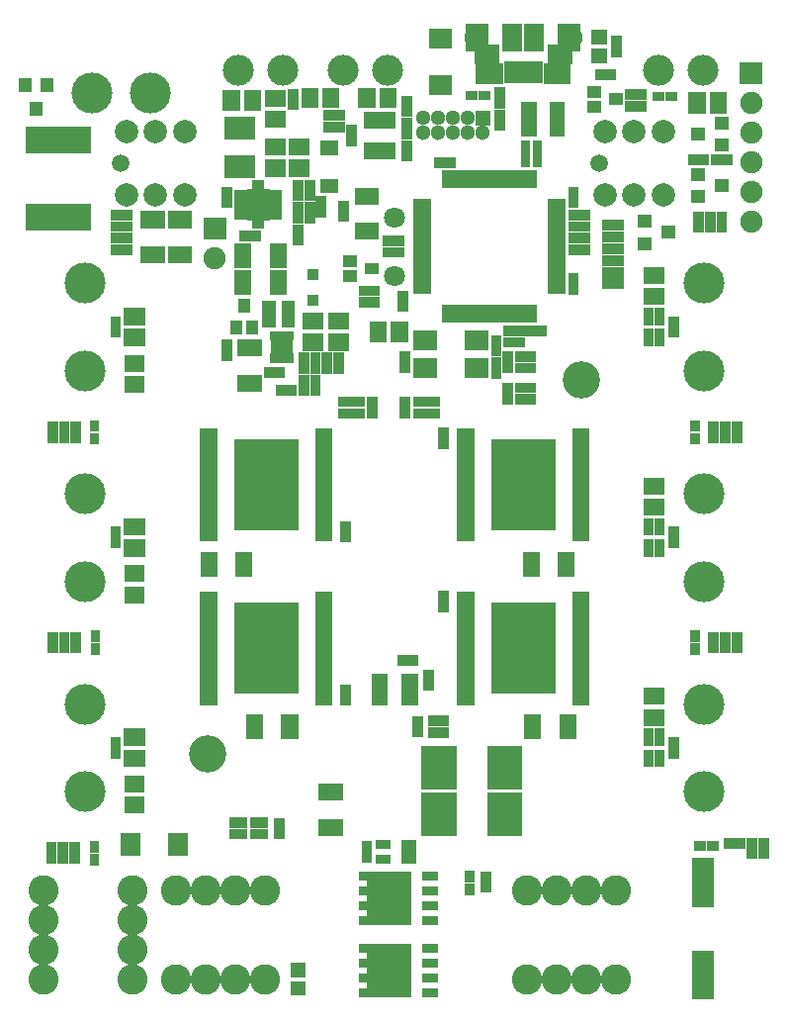
<source format=gbr>
G04 start of page 10 for group -4063 idx -4063 *
G04 Title: (unknown), componentmask *
G04 Creator: pcb 1.99z *
G04 CreationDate: Tue 11 Feb 2014 00:02:26 GMT UTC *
G04 For: rbarlow *
G04 Format: Gerber/RS-274X *
G04 PCB-Dimensions (mm): 85.00 105.00 *
G04 PCB-Coordinate-Origin: lower left *
%MOMM*%
%FSLAX43Y43*%
%LNTOPMASK*%
%ADD183R,1.900X1.900*%
%ADD182R,1.500X1.500*%
%ADD181R,3.830X3.830*%
%ADD180R,3.000X3.000*%
%ADD179R,1.150X1.150*%
%ADD178R,5.500X5.500*%
%ADD177R,1.200X1.200*%
%ADD176R,1.300X1.300*%
%ADD175R,1.250X1.250*%
%ADD174R,0.950X0.950*%
%ADD173R,0.900X0.900*%
%ADD172R,0.550X0.550*%
%ADD171R,0.750X0.750*%
%ADD170R,1.650X1.650*%
%ADD169R,1.925X1.925*%
%ADD168R,1.675X1.675*%
%ADD167R,1.760X1.760*%
%ADD166R,1.700X1.700*%
%ADD165R,0.800X0.800*%
%ADD164R,1.210X1.210*%
%ADD163R,1.950X1.950*%
%ADD162R,1.450X1.450*%
%ADD161R,2.300X2.300*%
%ADD160R,1.100X1.100*%
%ADD159R,0.700X0.700*%
%ADD158R,1.000X1.000*%
%ADD157R,0.600X0.600*%
%ADD156R,0.920X0.920*%
%ADD155C,1.500*%
%ADD154C,2.000*%
%ADD153C,3.200*%
%ADD152C,2.600*%
%ADD151C,1.800*%
%ADD150C,2.650*%
%ADD149C,1.400*%
%ADD148C,1.900*%
%ADD147C,0.002*%
%ADD146C,1.300*%
%ADD145C,3.500*%
G54D145*X69000Y29250D03*
Y36750D03*
Y65250D03*
Y72750D03*
Y47250D03*
Y54750D03*
G54D146*X47500Y86900D03*
Y85630D03*
X46230Y86900D03*
Y85630D03*
G54D147*G36*
X49390Y87550D02*Y86250D01*
X50690D01*
Y87550D01*
X49390D01*
G37*
G54D146*X50040Y85630D03*
X48770Y86900D03*
Y85630D03*
G54D148*X49400Y93750D03*
G54D149*X51075Y90670D03*
G54D146*X44960Y86900D03*
G54D150*X32905Y91000D03*
X29095D03*
X41905D03*
X38095D03*
G54D146*X44960Y85630D03*
G54D147*G36*
X26150Y78390D02*Y76490D01*
X28050D01*
Y78390D01*
X26150D01*
G37*
G54D151*X42500Y78400D03*
Y73400D03*
G54D145*X16000Y54750D03*
Y47250D03*
Y72750D03*
Y65250D03*
G54D148*X27100Y74900D03*
G54D145*X16000Y36750D03*
Y29250D03*
G54D152*X12390Y13190D03*
Y15730D03*
Y18270D03*
Y20810D03*
X20010Y13190D03*
X23790D03*
X26330D03*
X28870D03*
X31410D03*
X20010Y15730D03*
Y18270D03*
G54D153*X26500Y32500D03*
G54D152*X20010Y20810D03*
X23790D03*
X26330D03*
X28870D03*
X31410D03*
X53790D03*
X56330D03*
X58870D03*
X61410D03*
X53790Y13190D03*
X56330D03*
X58870D03*
X61410D03*
G54D147*G36*
X72050Y91690D02*Y89790D01*
X73950D01*
Y91690D01*
X72050D01*
G37*
G54D148*X57600Y93750D03*
G54D149*X55925Y90670D03*
G54D150*X68905Y91000D03*
X65095D03*
G54D148*X73000Y88200D03*
Y85660D03*
Y83120D03*
Y80580D03*
Y78040D03*
G54D154*X65500Y80300D03*
X63000D03*
X60500D03*
G54D155*X60000Y83000D03*
G54D153*X58500Y64500D03*
G54D154*X65500Y85700D03*
X63000D03*
X60500D03*
X24500Y80300D03*
Y85700D03*
G54D155*X19000Y83000D03*
G54D154*X22000Y80300D03*
X19500D03*
X22000Y85700D03*
X19500D03*
G54D145*X21600Y89000D03*
X16600D03*
G54D156*X58749Y75600D02*X58751D01*
X57849D02*X57851D01*
X58749Y76600D02*X58751D01*
X57849D02*X57851D01*
G54D157*X55900Y77150D02*X56800D01*
X55900Y72150D02*X56800D01*
X55900Y72650D02*X56800D01*
X55900Y73150D02*X56800D01*
G54D156*X57800Y73151D02*Y73149D01*
G54D157*X55900Y73650D02*X56800D01*
X55900Y74150D02*X56800D01*
X55900Y74650D02*X56800D01*
X55900Y75150D02*X56800D01*
X55900Y75650D02*X56800D01*
X55900Y76150D02*X56800D01*
X55900Y76650D02*X56800D01*
G54D158*X56250Y85850D02*X56550D01*
X56250Y86800D02*X56550D01*
X56250Y87750D02*X56550D01*
X59450Y87850D02*X59650D01*
X53850Y87750D02*X54150D01*
X53850Y86800D02*X54150D01*
X53850Y85850D02*X54150D01*
G54D159*X53650Y84600D02*X53750D01*
G54D157*X53600Y84050D02*X53800D01*
X53600Y83550D02*X53800D01*
G54D159*X53650Y83000D02*X53750D01*
G54D157*X53850Y82100D02*Y81200D01*
G54D159*X54650Y84600D02*X54750D01*
G54D157*X54600Y84050D02*X54800D01*
X54600Y83550D02*X54800D01*
G54D159*X54650Y83000D02*X54750D01*
G54D157*X54350Y82100D02*Y81200D01*
G54D156*X58749Y78600D02*X58751D01*
X57849D02*X57851D01*
X58749Y77600D02*X58751D01*
X57849D02*X57851D01*
G54D157*X55900Y77650D02*X56800D01*
X55900Y78150D02*X56800D01*
X55900Y78650D02*X56800D01*
X55900Y79150D02*X56800D01*
X55900Y79650D02*X56800D01*
G54D156*X57800Y79651D02*Y79649D01*
Y80551D02*Y80549D01*
G54D160*X12750Y89750D02*Y89650D01*
X10850Y89750D02*Y89650D01*
X11800Y87750D02*Y87650D01*
G54D161*X12050Y85000D02*X15350D01*
X12050Y78400D02*X15350D01*
G54D156*X18649Y75600D02*X18651D01*
X19549D02*X19551D01*
X19549Y78600D02*X19551D01*
X18649D02*X18651D01*
X18649Y76600D02*X18651D01*
X19549D02*X19551D01*
X18649Y77600D02*X18651D01*
X19549D02*X19551D01*
G54D162*X23775Y78200D02*X24425D01*
X23775Y75200D02*X24425D01*
X21475Y78200D02*X22125D01*
X21475Y75200D02*X22125D01*
G54D156*X33800Y88951D02*Y88949D01*
Y88051D02*Y88049D01*
G54D162*X35200Y88750D02*Y88450D01*
X32150Y86800D02*X32450D01*
X32150Y88600D02*X32450D01*
X28500Y88550D02*Y88250D01*
X30300Y88550D02*Y88250D01*
G54D163*X28875Y86050D02*X29525D01*
G54D156*X37749Y87100D02*X37751D01*
X36849D02*X36851D01*
G54D162*X37000Y88750D02*Y88450D01*
G54D163*X28875Y82750D02*X29525D01*
G54D162*X32150Y82600D02*X32450D01*
X32150Y84400D02*X32450D01*
X34150D02*X34450D01*
X34150Y82600D02*X34450D01*
G54D156*X35200Y81151D02*Y81149D01*
X34200Y81151D02*Y81149D01*
X38800Y85851D02*Y85849D01*
X37749Y86100D02*X37751D01*
X36849D02*X36851D01*
X38800Y84951D02*Y84949D01*
G54D164*X36745Y84335D02*X37055D01*
G54D156*X38100Y78451D02*Y78449D01*
Y79351D02*Y79349D01*
G54D164*X36745Y81065D02*X37055D01*
G54D156*X36200Y79751D02*Y79749D01*
Y78851D02*Y78849D01*
X35200Y80251D02*Y80249D01*
X34200Y80251D02*Y80249D01*
G54D165*X50050Y88800D02*X50250D01*
X48950D02*X49150D01*
G54D156*X43500Y87451D02*Y87449D01*
G54D166*X46280Y89700D02*X46520D01*
G54D156*X51500Y88151D02*Y88149D01*
Y89051D02*Y89049D01*
X43500Y88351D02*Y88349D01*
G54D166*X46280Y93700D02*X46520D01*
G54D167*X50330Y90670D02*X50870D01*
G54D168*X54437Y94113D02*Y93387D01*
G54D169*X57437Y93988D02*Y93513D01*
G54D170*X56387Y92325D02*X56862D01*
G54D156*X51500Y87151D02*Y87149D01*
G54D168*X52563Y94113D02*Y93387D01*
G54D169*X49563Y93988D02*Y93513D01*
G54D170*X50138Y92325D02*X50613D01*
G54D159*X52200Y91400D02*Y90200D01*
X52850Y91400D02*Y90200D01*
G54D167*X56130Y90670D02*X56670D01*
G54D159*X54150Y91400D02*Y90200D01*
X54800Y91400D02*Y90200D01*
G54D156*X43500Y86451D02*Y86449D01*
Y85551D02*Y85549D01*
Y83651D02*Y83649D01*
Y84551D02*Y84549D01*
G54D162*X41900Y88750D02*Y88450D01*
X40100Y88750D02*Y88450D01*
G54D171*X40225Y84425D02*Y83775D01*
X40875Y84425D02*Y83775D01*
X41525Y84425D02*Y83775D01*
X42175Y84425D02*Y83775D01*
X40225Y87025D02*Y86375D01*
X40875Y87025D02*Y86375D01*
X41525Y87025D02*Y86375D01*
X42175Y87025D02*Y86375D01*
G54D158*X40450Y74000D02*X40650D01*
G54D157*X44400Y73650D02*X45300D01*
X44400Y73150D02*X45300D01*
X44400Y72650D02*X45300D01*
X44400Y72150D02*X45300D01*
G54D156*X42849Y75400D02*X42851D01*
X41949D02*X41951D01*
X42849Y76400D02*X42851D01*
X41949D02*X41951D01*
G54D162*X39775Y77200D02*X40425D01*
X39775Y80200D02*X40425D01*
G54D156*X51500Y86251D02*Y86249D01*
G54D159*X53500Y91400D02*Y90200D01*
G54D157*X53350Y82100D02*Y81200D01*
X52850Y82100D02*Y81200D01*
X52350Y82100D02*Y81200D01*
X51850Y82100D02*Y81200D01*
X51350Y82100D02*Y81200D01*
X50850Y82100D02*Y81200D01*
X50350Y82100D02*Y81200D01*
X49850Y82100D02*Y81200D01*
X49350Y82100D02*Y81200D01*
X48850Y82100D02*Y81200D01*
X48350Y82100D02*Y81200D01*
X47850Y82100D02*Y81200D01*
X47350Y82100D02*Y81200D01*
X46850Y82100D02*Y81200D01*
G54D156*X47249Y83100D02*X47251D01*
X46349D02*X46351D01*
G54D157*X44400Y79650D02*X45300D01*
X44400Y79150D02*X45300D01*
X44400Y78650D02*X45300D01*
X44400Y78150D02*X45300D01*
X44400Y77650D02*X45300D01*
X44400Y77150D02*X45300D01*
X44400Y76650D02*X45300D01*
X44400Y76150D02*X45300D01*
X44400Y75650D02*X45300D01*
X44400Y75150D02*X45300D01*
X44400Y74650D02*X45300D01*
X44400Y74150D02*X45300D01*
G54D156*X35200Y79251D02*Y79249D01*
Y78351D02*Y78349D01*
X34200Y78351D02*Y78349D01*
Y79251D02*Y79249D01*
G54D172*X31975Y80000D02*X32575D01*
X31975Y80500D02*X32575D01*
G54D156*X34200Y77351D02*Y77349D01*
Y76451D02*Y76449D01*
G54D173*X35500Y73501D02*Y73499D01*
G54D162*X32500Y75425D02*Y74775D01*
X29500Y75425D02*Y74775D01*
G54D156*X30549Y76800D02*X30551D01*
X29649D02*X29651D01*
G54D162*X32500Y73125D02*Y72475D01*
X29500Y73125D02*Y72475D01*
G54D156*X28100Y80551D02*Y80549D01*
Y79651D02*Y79649D01*
G54D172*X29025Y78500D02*X29625D01*
X29025Y79000D02*X29625D01*
X29025Y79500D02*X29625D01*
X29025Y80000D02*X29625D01*
X29025Y80500D02*X29625D01*
X31975Y78500D02*X32575D01*
X31975Y79000D02*X32575D01*
X31975Y79500D02*X32575D01*
G54D163*X30800Y79875D02*Y79125D01*
G54D172*X31050Y81275D02*Y77725D01*
X30550Y81275D02*Y77725D01*
X31050Y81225D02*Y80975D01*
X30550Y81225D02*Y80975D01*
G54D174*X31250Y80300D02*Y79950D01*
X30350Y80300D02*Y79950D01*
X31250Y79050D02*Y78700D01*
X30350Y79050D02*Y78700D01*
G54D172*X31050Y78025D02*Y77775D01*
X30550Y78025D02*Y77775D01*
G54D158*X38550Y74650D02*X38750D01*
X38550Y73350D02*X38750D01*
G54D156*X70049Y83300D02*X70051D01*
G54D173*X69900Y88675D02*X70500D01*
X69900Y87725D02*X70500D01*
G54D160*X70450Y84550D02*X70550D01*
X70450Y86450D02*X70550D01*
X70450Y81100D02*X70550D01*
G54D156*X70949Y83300D02*X70951D01*
X68049D02*X68051D01*
G54D173*X68100Y88675D02*X68700D01*
X68100Y87725D02*X68700D01*
G54D165*X66100Y88750D02*X66300D01*
X65000D02*X65200D01*
G54D160*X68450Y85500D02*X68550D01*
G54D156*X68949Y83300D02*X68951D01*
G54D160*X68450Y82050D02*X68550D01*
X68450Y80150D02*X68550D01*
G54D156*X61649Y75700D02*X61651D01*
X60749D02*X60751D01*
X61649Y74700D02*X61651D01*
X61649Y76700D02*X61651D01*
X60749D02*X60751D01*
X61649Y77700D02*X61651D01*
X60749D02*X60751D01*
X61649Y72700D02*X61651D01*
X60749D02*X60751D01*
X60749Y73700D02*X60751D01*
X61649D02*X61651D01*
X60749Y74700D02*X60751D01*
G54D158*X59450Y89150D02*X59650D01*
X61350Y88500D02*X61550D01*
G54D175*X59975Y93800D02*X60025D01*
G54D156*X61500Y92551D02*Y92549D01*
Y93451D02*Y93449D01*
G54D175*X59975Y92200D02*X60025D01*
G54D156*X60099Y90600D02*X60101D01*
X60999D02*X61001D01*
X62699Y88900D02*X62701D01*
X63599D02*X63601D01*
X62699Y87900D02*X62701D01*
X63599D02*X63601D01*
G54D160*X65850Y77100D02*X65950D01*
G54D156*X68500Y77551D02*Y77549D01*
Y78451D02*Y78449D01*
X69500Y77551D02*Y77549D01*
Y78451D02*Y78449D01*
X70500Y77551D02*Y77549D01*
Y78451D02*Y78449D01*
G54D160*X63850Y78050D02*X63950D01*
X63850Y76150D02*X63950D01*
G54D162*X64550Y73400D02*X64850D01*
X26600Y49025D02*Y48375D01*
X29600Y49025D02*Y48375D01*
G54D173*X26267Y56700D02*X26867D01*
X26267Y55900D02*X26867D01*
X26267Y55100D02*X26867D01*
X26267Y54300D02*X26867D01*
G54D176*X29550Y55850D02*Y55150D01*
Y58600D02*Y57900D01*
G54D173*X26267Y53500D02*X26867D01*
X26267Y52700D02*X26867D01*
G54D176*X29550Y53100D02*Y52400D01*
G54D173*X26267Y51900D02*X26867D01*
X26267Y51100D02*X26867D01*
X19725Y52200D02*Y51600D01*
X20675Y52200D02*Y51600D01*
X19725Y50400D02*Y49800D01*
X20675Y50400D02*Y49800D01*
G54D162*X20050Y47900D02*X20350D01*
X20050Y46100D02*X20350D01*
G54D165*X16800Y60650D02*Y60450D01*
Y59550D02*Y59350D01*
G54D162*X20050Y65900D02*X20350D01*
X20050Y64100D02*X20350D01*
G54D156*X18600Y68551D02*Y68549D01*
Y69451D02*Y69449D01*
G54D173*X19725Y70200D02*Y69600D01*
Y68400D02*Y67800D01*
X20675Y68400D02*Y67800D01*
Y70200D02*Y69600D01*
G54D156*X13200Y60451D02*Y60449D01*
Y59551D02*Y59549D01*
X14200Y60451D02*Y60449D01*
Y59551D02*Y59549D01*
X15200Y59551D02*Y59549D01*
Y60451D02*Y60449D01*
X37700Y65451D02*Y65449D01*
Y66351D02*Y66349D01*
G54D162*X37550Y67700D02*X37850D01*
X37550Y69500D02*X37850D01*
G54D156*X35700Y65451D02*Y65449D01*
G54D162*X29775Y64200D02*X30425D01*
G54D156*X31749Y65100D02*X31751D01*
X32649D02*X32651D01*
G54D162*X29775Y67200D02*X30425D01*
G54D172*X32050Y66475D02*Y66225D01*
X32550Y66475D02*Y66225D01*
X32050Y68375D02*Y68125D01*
X32550Y68375D02*Y68125D01*
G54D158*X30250Y69050D02*Y68850D01*
G54D177*X32450Y67300D02*X33150D01*
G54D158*X32500D02*X33100D01*
G54D156*X32749Y63600D02*X32751D01*
X28100Y67451D02*Y67449D01*
G54D158*X28950Y69050D02*Y68850D01*
G54D156*X28100Y66551D02*Y66549D01*
X35700Y66351D02*Y66349D01*
G54D162*X35350Y67700D02*X35650D01*
X35350Y69500D02*X35650D01*
G54D156*X36700Y65451D02*Y65449D01*
X35700Y64451D02*Y64449D01*
X36700Y66351D02*Y66349D01*
G54D172*X33050Y66475D02*Y66225D01*
X33550Y66475D02*Y66225D01*
G54D156*X34700Y66351D02*Y66349D01*
G54D172*X33050Y68375D02*Y68125D01*
X33550Y68375D02*Y68125D01*
G54D156*X35700Y63551D02*Y63549D01*
X34700Y65451D02*Y65449D01*
Y64451D02*Y64449D01*
Y63551D02*Y63549D01*
X33649Y63600D02*X33651D01*
X18600Y50551D02*Y50549D01*
Y51451D02*Y51449D01*
G54D165*X16850Y42650D02*Y42450D01*
Y41550D02*Y41350D01*
G54D156*X13200Y42451D02*Y42449D01*
Y41551D02*Y41549D01*
X14200Y42451D02*Y42449D01*
Y41551D02*Y41549D01*
X15200Y41551D02*Y41549D01*
Y42451D02*Y42449D01*
X32600Y25651D02*Y25649D01*
Y26551D02*Y26549D01*
G54D162*X36675Y26200D02*X37325D01*
X36675Y29200D02*X37325D01*
G54D175*X34175Y14000D02*X34225D01*
X34175Y12400D02*X34225D01*
G54D166*X23900Y24820D02*Y24580D01*
G54D173*X30600Y26575D02*X31200D01*
X28800D02*X29400D01*
X28800Y25625D02*X29400D01*
X30600D02*X31200D01*
G54D162*X30500Y35125D02*Y34475D01*
X33500Y35125D02*Y34475D01*
G54D173*X26267Y41900D02*X26867D01*
X26267Y41100D02*X26867D01*
X26267Y40300D02*X26867D01*
X26267Y39500D02*X26867D01*
X26267Y38700D02*X26867D01*
X26267Y37900D02*X26867D01*
X26267Y37100D02*X26867D01*
G54D176*X29550Y39100D02*Y38400D01*
G54D156*X38300Y37951D02*Y37949D01*
Y37051D02*Y37049D01*
G54D178*X31500Y42650D02*Y40350D01*
G54D176*X33450Y39100D02*Y38400D01*
Y41850D02*Y41150D01*
X31500Y39100D02*Y38400D01*
Y41850D02*Y41150D01*
X33450Y44600D02*Y43900D01*
X31500Y44600D02*Y43900D01*
X29550Y41850D02*Y41150D01*
Y44600D02*Y43900D01*
G54D166*X19900Y24820D02*Y24580D01*
G54D156*X18600Y32551D02*Y32549D01*
Y33451D02*Y33449D01*
G54D173*X19725Y34200D02*Y33600D01*
Y32400D02*Y31800D01*
G54D162*X20050Y29900D02*X20350D01*
G54D173*X20675Y32400D02*Y31800D01*
Y34200D02*Y33600D01*
G54D162*X20050Y28100D02*X20350D01*
G54D156*X15100Y24451D02*Y24449D01*
G54D165*X16800Y24650D02*Y24450D01*
Y23550D02*Y23350D01*
G54D156*X13100Y24451D02*Y24449D01*
Y23551D02*Y23549D01*
X14100Y24451D02*Y24449D01*
Y23551D02*Y23549D01*
X15100Y23551D02*Y23549D01*
X66400Y51451D02*Y51449D01*
Y50551D02*Y50549D01*
G54D157*X44950Y61700D02*Y61500D01*
G54D165*X68200Y60650D02*Y60450D01*
Y59550D02*Y59350D01*
G54D156*X46700Y59951D02*Y59949D01*
G54D173*X58133Y59900D02*X58733D01*
X58133Y59100D02*X58733D01*
G54D156*X46700Y45051D02*Y45049D01*
Y45951D02*Y45949D01*
G54D173*X48267Y45900D02*X48867D01*
X48267Y45100D02*X48867D01*
X48267Y44300D02*X48867D01*
X58133D02*X58733D01*
X58133Y45100D02*X58733D01*
X58133Y45900D02*X58733D01*
X58133Y51900D02*X58733D01*
X58133Y52700D02*X58733D01*
X58133Y53500D02*X58733D01*
X58133Y54300D02*X58733D01*
G54D176*X51550Y53100D02*Y52400D01*
X53500Y53100D02*Y52400D01*
X55450Y53100D02*Y52400D01*
G54D162*X64550Y53600D02*X64850D01*
G54D173*X64225Y52200D02*Y51600D01*
Y50400D02*Y49800D01*
X65175Y50400D02*Y49800D01*
Y52200D02*Y51600D01*
G54D162*X64550Y55400D02*X64850D01*
G54D173*X58133Y55100D02*X58733D01*
X58133Y55900D02*X58733D01*
X58133Y56700D02*X58733D01*
X58133Y57500D02*X58733D01*
X58133Y58300D02*X58733D01*
G54D178*X53500Y56650D02*Y54350D01*
G54D176*X51550Y55850D02*Y55150D01*
X53500Y55850D02*Y55150D01*
X55450Y55850D02*Y55150D01*
X51550Y58600D02*Y57900D01*
X53500Y58600D02*Y57900D01*
X55450Y58600D02*Y57900D01*
G54D156*X66400Y69451D02*Y69449D01*
G54D162*X64550Y71600D02*X64850D01*
G54D156*X66400Y68551D02*Y68549D01*
X71800Y60451D02*Y60449D01*
Y59551D02*Y59549D01*
X70800Y60451D02*Y60449D01*
Y59551D02*Y59549D01*
X69800Y59551D02*Y59549D01*
Y60451D02*Y60449D01*
G54D162*X57200Y49025D02*Y48375D01*
X54200Y49025D02*Y48375D01*
G54D173*X58133Y51100D02*X58733D01*
G54D157*X52850Y70600D02*Y69700D01*
X53350Y70600D02*Y69700D01*
X53850Y70600D02*Y69700D01*
X54350Y70600D02*Y69700D01*
G54D156*X57800Y72251D02*Y72249D01*
G54D173*X26267Y59900D02*X26867D01*
X26267Y59100D02*X26867D01*
X26267Y58300D02*X26867D01*
X26267Y57500D02*X26867D01*
G54D159*X44400Y61650D02*Y61550D01*
G54D156*X43400Y61651D02*Y61649D01*
Y62551D02*Y62549D01*
G54D159*X39600Y62650D02*Y62550D01*
G54D157*X39050Y62700D02*Y62500D01*
G54D159*X39600Y61650D02*Y61550D01*
G54D156*X40600Y61651D02*Y61649D01*
Y62551D02*Y62549D01*
G54D157*X38550Y62700D02*Y62500D01*
G54D159*X38000Y62650D02*Y62550D01*
G54D157*X39050Y61700D02*Y61500D01*
X38550Y61700D02*Y61500D01*
G54D159*X38000Y61650D02*Y61550D01*
G54D173*X36133Y57500D02*X36733D01*
X36133Y58300D02*X36733D01*
X36133Y59100D02*X36733D01*
X36133Y59900D02*X36733D01*
G54D156*X38300Y51951D02*Y51949D01*
Y51051D02*Y51049D01*
G54D173*X36133Y51100D02*X36733D01*
X36133Y51900D02*X36733D01*
X36133Y52700D02*X36733D01*
X36133Y53500D02*X36733D01*
X36133Y54300D02*X36733D01*
X36133Y55100D02*X36733D01*
X36133Y55900D02*X36733D01*
X36133Y56700D02*X36733D01*
G54D178*X31500Y56650D02*Y54350D01*
G54D173*X36133Y44300D02*X36733D01*
X36133Y45100D02*X36733D01*
X36133Y45900D02*X36733D01*
X26267D02*X26867D01*
X26267Y45100D02*X26867D01*
X26267Y44300D02*X26867D01*
X26267Y43500D02*X26867D01*
X26267Y42700D02*X26867D01*
G54D162*X41100Y68750D02*Y68450D01*
X42900Y68750D02*Y68450D01*
G54D176*X33450Y53100D02*Y52400D01*
X31500Y53100D02*Y52400D01*
X33450Y55850D02*Y55150D01*
Y58600D02*Y57900D01*
X31500Y55850D02*Y55150D01*
Y58600D02*Y57900D01*
G54D156*X43400Y66451D02*Y66449D01*
Y65551D02*Y65549D01*
G54D157*X50850Y70600D02*Y69700D01*
X51350Y70600D02*Y69700D01*
X51850Y70600D02*Y69700D01*
X52350Y70600D02*Y69700D01*
G54D159*X46000Y62650D02*Y62550D01*
G54D157*X45450Y62700D02*Y62500D01*
X44950Y62700D02*Y62500D01*
G54D159*X44400Y62650D02*Y62550D01*
X46000Y61650D02*Y61550D01*
G54D157*X45450Y61700D02*Y61500D01*
G54D173*X48267Y59900D02*X48867D01*
G54D166*X44900Y67900D02*X45300D01*
X44900Y65500D02*X45300D01*
G54D156*X51200Y66951D02*Y66949D01*
Y67851D02*Y67849D01*
G54D173*X48267Y59100D02*X48867D01*
X48267Y58300D02*X48867D01*
X48267Y57500D02*X48867D01*
X48267Y56700D02*X48867D01*
X48267Y55900D02*X48867D01*
X48267Y55100D02*X48867D01*
X48267Y54300D02*X48867D01*
X48267Y53500D02*X48867D01*
X48267Y52700D02*X48867D01*
X48267Y51900D02*X48867D01*
X48267Y51100D02*X48867D01*
G54D157*X46850Y70600D02*Y69700D01*
X47350Y70600D02*Y69700D01*
X47850Y70600D02*Y69700D01*
X48350Y70600D02*Y69700D01*
X48850Y70600D02*Y69700D01*
X49350Y70600D02*Y69700D01*
X49850Y70600D02*Y69700D01*
X50350Y70600D02*Y69700D01*
G54D179*X31725Y70675D02*Y69525D01*
X33375Y70675D02*Y69525D01*
G54D173*X35500Y71301D02*Y71299D01*
G54D156*X43200Y71651D02*Y71649D01*
Y70751D02*Y70749D01*
X39849Y71100D02*X39851D01*
X40749D02*X40751D01*
X39849Y72100D02*X39851D01*
X40749D02*X40751D01*
G54D158*X29600Y70950D02*Y70750D01*
G54D173*X64225Y70200D02*Y69600D01*
Y68400D02*Y67800D01*
X65175Y68400D02*Y67800D01*
Y70200D02*Y69600D01*
G54D156*X46700Y59051D02*Y59049D01*
X51200Y65051D02*Y65049D01*
G54D166*X49300Y67900D02*X49700D01*
X49300Y65500D02*X49700D01*
G54D156*X51200Y65951D02*Y65949D01*
X52200Y66451D02*Y66449D01*
Y65551D02*Y65549D01*
X55049Y68700D02*X55051D01*
X54149D02*X54151D01*
X52249Y67700D02*X52251D01*
X53149D02*X53151D01*
X52249Y68700D02*X52251D01*
X53149D02*X53151D01*
X53249Y62800D02*X53251D01*
X54149D02*X54151D01*
X54149Y63800D02*X54151D01*
X53249D02*X53251D01*
X52200Y62851D02*Y62849D01*
Y63751D02*Y63749D01*
X53249Y66500D02*X53251D01*
X54149D02*X54151D01*
X54149Y65500D02*X54151D01*
X53249D02*X53251D01*
X50300Y21051D02*Y21049D01*
Y21951D02*Y21949D01*
G54D180*X51925Y27675D02*Y26925D01*
G54D165*X48900Y22050D02*Y21850D01*
Y20950D02*Y20750D01*
G54D171*X45230Y20735D02*X45860D01*
X45230Y22005D02*X45860D01*
X45230Y11995D02*X45860D01*
X45230Y13265D02*X45860D01*
X45230Y14535D02*X45860D01*
X45230Y15805D02*X45860D01*
G54D181*X42000Y14265D02*Y13535D01*
G54D182*X42995Y12900D02*Y12530D01*
X40995Y12900D02*Y12530D01*
G54D171*X39805Y15805D02*X40355D01*
X39805Y14535D02*X40355D01*
X39805Y13265D02*X40355D01*
G54D182*X42995Y15270D02*Y14900D01*
X40995Y15270D02*Y14900D01*
G54D171*X45230Y18195D02*X45860D01*
X45230Y19465D02*X45860D01*
X39805Y11995D02*X40355D01*
X39805Y22005D02*X40355D01*
X39805Y20735D02*X40355D01*
X39805Y19465D02*X40355D01*
X39805Y18195D02*X40355D01*
G54D181*X42000Y20465D02*Y19735D01*
G54D182*X42995Y19100D02*Y18730D01*
Y21470D02*Y21100D01*
X40995Y19100D02*Y18730D01*
Y21470D02*Y21100D01*
G54D156*X40100Y23651D02*Y23649D01*
G54D171*X41250Y23450D02*X41750D01*
G54D156*X40100Y24551D02*Y24549D01*
G54D171*X41250Y24750D02*X41750D01*
X43450Y23450D02*X43950D01*
X43450Y24100D02*X43950D01*
X43450Y24750D02*X43950D01*
G54D180*X46275Y27675D02*Y26925D01*
Y31675D02*Y30925D01*
G54D156*X44500Y34351D02*Y34349D01*
Y35251D02*Y35249D01*
X45799Y34300D02*X45801D01*
X45799Y35300D02*X45801D01*
X46699Y34300D02*X46701D01*
X46699Y35300D02*X46701D01*
G54D171*X40875Y37000D02*X41525D01*
X40875Y37650D02*X41525D01*
X40875Y38300D02*X41525D01*
X40875Y38950D02*X41525D01*
X43475Y37000D02*X44125D01*
X43475Y37650D02*X44125D01*
X43475Y38300D02*X44125D01*
X43475Y38950D02*X44125D01*
G54D156*X45400Y38351D02*Y38349D01*
Y39251D02*Y39249D01*
X43149Y40500D02*X43151D01*
X44049D02*X44051D01*
G54D173*X48267Y43500D02*X48867D01*
X48267Y42700D02*X48867D01*
X48267Y41900D02*X48867D01*
X48267Y41100D02*X48867D01*
X48267Y40300D02*X48867D01*
X48267Y39500D02*X48867D01*
X48267Y38700D02*X48867D01*
X48267Y37900D02*X48867D01*
X48267Y37100D02*X48867D01*
G54D180*X51925Y31675D02*Y30925D01*
G54D162*X54300Y35125D02*Y34475D01*
X57300Y35125D02*Y34475D01*
G54D173*X58133Y37100D02*X58733D01*
X58133Y37900D02*X58733D01*
X58133Y38700D02*X58733D01*
X58133Y39500D02*X58733D01*
X58133Y40300D02*X58733D01*
X58133Y41100D02*X58733D01*
X58133Y41900D02*X58733D01*
X58133Y42700D02*X58733D01*
X58133Y43500D02*X58733D01*
G54D176*X51550Y44600D02*Y43900D01*
X53500Y44600D02*Y43900D01*
G54D178*Y42650D02*Y40350D01*
G54D176*X51550Y41850D02*Y41150D01*
Y39100D02*Y38400D01*
X53500Y41850D02*Y41150D01*
X55450Y39100D02*Y38400D01*
X53500Y39100D02*Y38400D01*
X55450Y44600D02*Y43900D01*
Y41850D02*Y41150D01*
G54D173*X36133Y37100D02*X36733D01*
X36133Y37900D02*X36733D01*
X36133Y38700D02*X36733D01*
X36133Y39500D02*X36733D01*
X36133Y40300D02*X36733D01*
X36133Y41100D02*X36733D01*
X36133Y41900D02*X36733D01*
X36133Y42700D02*X36733D01*
X36133Y43500D02*X36733D01*
G54D183*X68900Y22600D02*Y20300D01*
Y14700D02*Y12400D01*
G54D165*X69650Y24600D02*X69850D01*
X68550D02*X68750D01*
G54D156*X66400Y33451D02*Y33449D01*
Y32551D02*Y32549D01*
G54D165*X68200Y42650D02*Y42450D01*
Y41550D02*Y41350D01*
G54D162*X64550Y35600D02*X64850D01*
X64550Y37400D02*X64850D01*
G54D173*X64225Y34200D02*Y33600D01*
Y32400D02*Y31800D01*
X65175Y32400D02*Y31800D01*
Y34200D02*Y33600D01*
G54D156*X71800Y42451D02*Y42449D01*
Y41551D02*Y41549D01*
X70800Y42451D02*Y42449D01*
Y41551D02*Y41549D01*
X69800Y41551D02*Y41549D01*
Y42451D02*Y42449D01*
X72049Y24800D02*X72051D01*
X71149D02*X71151D01*
X74100Y23951D02*Y23949D01*
Y24851D02*Y24849D01*
X73100Y23951D02*Y23949D01*
Y24851D02*Y24849D01*
M02*

</source>
